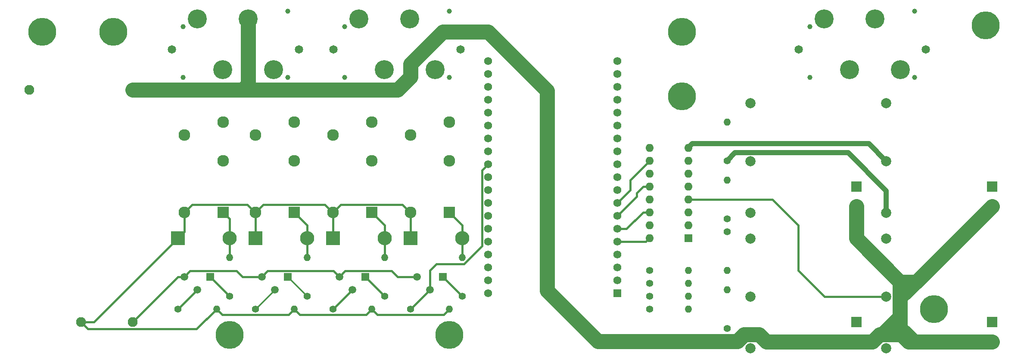
<source format=gbr>
%TF.GenerationSoftware,KiCad,Pcbnew,(5.1.6)-1*%
%TF.CreationDate,2021-08-29T18:12:57+02:00*%
%TF.ProjectId,hamodule,68616d6f-6475-46c6-952e-6b696361645f,rev?*%
%TF.SameCoordinates,Original*%
%TF.FileFunction,Copper,L1,Top*%
%TF.FilePolarity,Positive*%
%FSLAX46Y46*%
G04 Gerber Fmt 4.6, Leading zero omitted, Abs format (unit mm)*
G04 Created by KiCad (PCBNEW (5.1.6)-1) date 2021-08-29 18:12:57*
%MOMM*%
%LPD*%
G01*
G04 APERTURE LIST*
%TA.AperFunction,ComponentPad*%
%ADD10C,5.500000*%
%TD*%
%TA.AperFunction,ComponentPad*%
%ADD11C,1.560000*%
%TD*%
%TA.AperFunction,ComponentPad*%
%ADD12R,1.560000X1.560000*%
%TD*%
%TA.AperFunction,ComponentPad*%
%ADD13R,1.500000X1.500000*%
%TD*%
%TA.AperFunction,ComponentPad*%
%ADD14C,1.500000*%
%TD*%
%TA.AperFunction,ComponentPad*%
%ADD15C,2.000000*%
%TD*%
%TA.AperFunction,ComponentPad*%
%ADD16R,2.000000X2.000000*%
%TD*%
%TA.AperFunction,ComponentPad*%
%ADD17O,1.400000X1.400000*%
%TD*%
%TA.AperFunction,ComponentPad*%
%ADD18C,1.400000*%
%TD*%
%TA.AperFunction,ComponentPad*%
%ADD19C,1.650000*%
%TD*%
%TA.AperFunction,ComponentPad*%
%ADD20C,1.000000*%
%TD*%
%TA.AperFunction,ComponentPad*%
%ADD21C,3.735000*%
%TD*%
%TA.AperFunction,ComponentPad*%
%ADD22C,1.950000*%
%TD*%
%TA.AperFunction,ComponentPad*%
%ADD23R,1.950000X1.950000*%
%TD*%
%TA.AperFunction,ComponentPad*%
%ADD24C,2.300000*%
%TD*%
%TA.AperFunction,ComponentPad*%
%ADD25R,2.300000X2.300000*%
%TD*%
%TA.AperFunction,ComponentPad*%
%ADD26O,1.600000X1.600000*%
%TD*%
%TA.AperFunction,ComponentPad*%
%ADD27R,1.600000X1.600000*%
%TD*%
%TA.AperFunction,ComponentPad*%
%ADD28O,2.800000X2.800000*%
%TD*%
%TA.AperFunction,ComponentPad*%
%ADD29R,2.800000X2.800000*%
%TD*%
%TA.AperFunction,Conductor*%
%ADD30C,0.400000*%
%TD*%
%TA.AperFunction,Conductor*%
%ADD31C,0.250000*%
%TD*%
%TA.AperFunction,Conductor*%
%ADD32C,1.000000*%
%TD*%
%TA.AperFunction,Conductor*%
%ADD33C,3.000000*%
%TD*%
G04 APERTURE END LIST*
D10*
%TO.P,H8,1*%
%TO.N,Earth*%
X151130000Y-36830000D03*
%TD*%
%TO.P,H7,1*%
%TO.N,Earth*%
X200660000Y-78740000D03*
%TD*%
%TO.P,H6,1*%
%TO.N,Earth*%
X210820000Y-22860000D03*
%TD*%
%TO.P,H5,1*%
%TO.N,Earth*%
X62230000Y-83820000D03*
%TD*%
%TO.P,H4,1*%
%TO.N,Earth*%
X39370000Y-24130000D03*
%TD*%
%TO.P,H3,1*%
%TO.N,Earth*%
X105410000Y-83820000D03*
%TD*%
%TO.P,H2,1*%
%TO.N,Earth*%
X25400000Y-24130000D03*
%TD*%
%TO.P,H1,1*%
%TO.N,Earth*%
X151130000Y-24130000D03*
%TD*%
D11*
%TO.P,U1,38*%
%TO.N,N/C*%
X113030000Y-29920000D03*
%TO.P,U1,37*%
X113030000Y-32460000D03*
%TO.P,U1,36*%
X113030000Y-35000000D03*
%TO.P,U1,35*%
X113030000Y-37540000D03*
%TO.P,U1,34*%
%TO.N,Net-(Q1-Pad2)*%
X113030000Y-40080000D03*
%TO.P,U1,33*%
%TO.N,N/C*%
X113030000Y-42620000D03*
%TO.P,U1,32*%
%TO.N,Net-(Q2-Pad2)*%
X113030000Y-45160000D03*
%TO.P,U1,31*%
%TO.N,Net-(Q3-Pad2)*%
X113030000Y-47700000D03*
%TO.P,U1,30*%
%TO.N,Net-(Q4-Pad2)*%
X113030000Y-50240000D03*
%TO.P,U1,29*%
%TO.N,N/C*%
X113030000Y-52780000D03*
%TO.P,U1,28*%
X113030000Y-55320000D03*
%TO.P,U1,27*%
X113030000Y-57860000D03*
%TO.P,U1,26*%
X113030000Y-60400000D03*
%TO.P,U1,25*%
X113030000Y-62940000D03*
%TO.P,U1,24*%
X113030000Y-65480000D03*
%TO.P,U1,23*%
X113030000Y-68020000D03*
%TO.P,U1,22*%
X113030000Y-70560000D03*
%TO.P,U1,21*%
X113030000Y-73100000D03*
%TO.P,U1,20*%
%TO.N,5VGND*%
X113030000Y-75640000D03*
%TO.P,U1,18*%
%TO.N,N/C*%
X138430000Y-32460000D03*
%TO.P,U1,17*%
X138430000Y-35000000D03*
%TO.P,U1,16*%
X138430000Y-37540000D03*
%TO.P,U1,15*%
X138430000Y-40080000D03*
%TO.P,U1,14*%
X138430000Y-42620000D03*
%TO.P,U1,13*%
X138430000Y-45160000D03*
%TO.P,U1,12*%
X138430000Y-47700000D03*
%TO.P,U1,11*%
X138430000Y-50240000D03*
%TO.P,U1,10*%
X138430000Y-52780000D03*
%TO.P,U1,9*%
X138430000Y-55320000D03*
%TO.P,U1,8*%
%TO.N,Net-(R9-Pad1)*%
X138430000Y-57860000D03*
%TO.P,U1,7*%
%TO.N,Net-(R10-Pad1)*%
X138430000Y-60400000D03*
%TO.P,U1,6*%
%TO.N,Net-(R11-Pad1)*%
X138430000Y-62940000D03*
%TO.P,U1,5*%
%TO.N,Net-(R12-Pad1)*%
X138430000Y-65480000D03*
%TO.P,U1,4*%
%TO.N,N/C*%
X138430000Y-68020000D03*
%TO.P,U1,3*%
X138430000Y-70560000D03*
%TO.P,U1,19*%
%TO.N,5V+*%
X138430000Y-29920000D03*
%TO.P,U1,2*%
%TO.N,N/C*%
X138430000Y-73100000D03*
D12*
%TO.P,U1,1*%
%TO.N,3.3V+*%
X138430000Y-75640000D03*
%TD*%
D13*
%TO.P,Q1,1*%
%TO.N,Net-(Q1-Pad1)*%
X58420000Y-72390000D03*
D14*
%TO.P,Q1,3*%
%TO.N,5V+*%
X53340000Y-72390000D03*
%TO.P,Q1,2*%
%TO.N,Net-(Q1-Pad2)*%
X55880000Y-74930000D03*
%TD*%
D13*
%TO.P,Q2,1*%
%TO.N,Net-(Q2-Pad1)*%
X73660000Y-72390000D03*
D14*
%TO.P,Q2,3*%
%TO.N,5V+*%
X68580000Y-72390000D03*
%TO.P,Q2,2*%
%TO.N,Net-(Q2-Pad2)*%
X71120000Y-74930000D03*
%TD*%
D13*
%TO.P,Q4,1*%
%TO.N,Net-(Q4-Pad1)*%
X104140000Y-72390000D03*
D14*
%TO.P,Q4,3*%
%TO.N,5V+*%
X99060000Y-72390000D03*
%TO.P,Q4,2*%
%TO.N,Net-(Q4-Pad2)*%
X101600000Y-74930000D03*
%TD*%
D13*
%TO.P,Q3,1*%
%TO.N,Net-(Q3-Pad1)*%
X88900000Y-72390000D03*
D14*
%TO.P,Q3,3*%
%TO.N,5V+*%
X83820000Y-72390000D03*
%TO.P,Q3,2*%
%TO.N,Net-(Q3-Pad2)*%
X86360000Y-74930000D03*
%TD*%
D15*
%TO.P,PS4,5*%
%TO.N,Net-(PS4-Pad5)*%
X164660000Y-86470000D03*
%TO.P,PS4,3*%
%TO.N,N/C*%
X164660000Y-64880000D03*
%TO.P,PS4,4*%
%TO.N,Net-(PS4-Pad4)*%
X164660000Y-76310000D03*
%TO.P,PS4,2*%
%TO.N,220VAC(N)*%
X185420000Y-85180000D03*
D16*
%TO.P,PS4,1*%
%TO.N,Sens1*%
X185420000Y-81280000D03*
%TD*%
D15*
%TO.P,PS2,5*%
%TO.N,Net-(PS2-Pad5)*%
X164660000Y-59800000D03*
%TO.P,PS2,3*%
%TO.N,N/C*%
X164660000Y-38210000D03*
%TO.P,PS2,4*%
%TO.N,Net-(PS2-Pad4)*%
X164660000Y-49640000D03*
%TO.P,PS2,2*%
%TO.N,220VAC(N)*%
X185420000Y-58510000D03*
D16*
%TO.P,PS2,1*%
%TO.N,Sens2*%
X185420000Y-54610000D03*
%TD*%
D15*
%TO.P,PS1,5*%
%TO.N,Net-(PS1-Pad5)*%
X191330000Y-59800000D03*
%TO.P,PS1,3*%
%TO.N,N/C*%
X191330000Y-38210000D03*
%TO.P,PS1,4*%
%TO.N,Net-(PS1-Pad4)*%
X191330000Y-49640000D03*
%TO.P,PS1,2*%
%TO.N,220VAC(N)*%
X212090000Y-58510000D03*
D16*
%TO.P,PS1,1*%
%TO.N,Sens3*%
X212090000Y-54610000D03*
%TD*%
D15*
%TO.P,PS3,5*%
%TO.N,Net-(PS3-Pad5)*%
X191330000Y-86470000D03*
%TO.P,PS3,3*%
%TO.N,N/C*%
X191330000Y-64880000D03*
%TO.P,PS3,4*%
%TO.N,Net-(PS3-Pad4)*%
X191330000Y-76310000D03*
%TO.P,PS3,2*%
%TO.N,220VAC(N)*%
X212090000Y-85180000D03*
D16*
%TO.P,PS3,1*%
%TO.N,Sens4*%
X212090000Y-81280000D03*
%TD*%
D17*
%TO.P,R5,2*%
%TO.N,Net-(R5-Pad2)*%
X160020000Y-41910000D03*
D18*
%TO.P,R5,1*%
%TO.N,Net-(PS1-Pad5)*%
X160020000Y-49530000D03*
%TD*%
D17*
%TO.P,R6,2*%
%TO.N,Net-(R6-Pad2)*%
X160020000Y-53340000D03*
D18*
%TO.P,R6,1*%
%TO.N,Net-(PS2-Pad5)*%
X160020000Y-60960000D03*
%TD*%
D19*
%TO.P,J2,MH6*%
%TO.N,N/C*%
X75880000Y-27590000D03*
%TO.P,J2,MH5*%
X50880000Y-27590000D03*
D20*
%TO.P,J2,MH4*%
X73680000Y-33090000D03*
%TO.P,J2,MH3*%
X73680000Y-20090000D03*
%TO.P,J2,MH2*%
X53080000Y-33090000D03*
%TO.P,J2,MH1*%
X53080000Y-23090000D03*
D21*
%TO.P,J2,4*%
%TO.N,Earth*%
X70880000Y-31590000D03*
%TO.P,J2,3*%
%TO.N,220VAC(N)*%
X65880000Y-21590000D03*
%TO.P,J2,2*%
%TO.N,Earth*%
X60880000Y-31590000D03*
%TO.P,J2,1*%
%TO.N,220VAC(L)*%
X55880000Y-21590000D03*
%TD*%
D22*
%TO.P,PS5,5*%
%TO.N,5V+*%
X43220000Y-81280000D03*
%TO.P,PS5,4*%
%TO.N,5VGND*%
X33060000Y-81280000D03*
%TO.P,PS5,2*%
%TO.N,220VAC(L)*%
X22900000Y-35560000D03*
D23*
%TO.P,PS5,1*%
%TO.N,220VAC(N)*%
X43220000Y-35560000D03*
%TD*%
D24*
%TO.P,K2,5*%
%TO.N,5VGND*%
X67310000Y-59690000D03*
%TO.P,K2,4*%
%TO.N,N/C*%
X67310000Y-44450000D03*
%TO.P,K2,3*%
%TO.N,REO2*%
X74930000Y-41910000D03*
%TO.P,K2,2*%
%TO.N,220VAC(L)*%
X74930000Y-49530000D03*
D25*
%TO.P,K2,1*%
%TO.N,Net-(D2-Pad2)*%
X74930000Y-59690000D03*
%TD*%
D26*
%TO.P,U2,16*%
%TO.N,Net-(R12-Pad1)*%
X144780000Y-64770000D03*
%TO.P,U2,8*%
%TO.N,Net-(PS1-Pad4)*%
X152400000Y-46990000D03*
%TO.P,U2,15*%
%TO.N,5VGND*%
X144780000Y-62230000D03*
%TO.P,U2,7*%
%TO.N,Net-(R5-Pad2)*%
X152400000Y-49530000D03*
%TO.P,U2,14*%
%TO.N,Net-(R11-Pad1)*%
X144780000Y-59690000D03*
%TO.P,U2,6*%
%TO.N,Net-(PS2-Pad4)*%
X152400000Y-52070000D03*
%TO.P,U2,13*%
%TO.N,5VGND*%
X144780000Y-57150000D03*
%TO.P,U2,5*%
%TO.N,Net-(R6-Pad2)*%
X152400000Y-54610000D03*
%TO.P,U2,12*%
%TO.N,Net-(R10-Pad1)*%
X144780000Y-54610000D03*
%TO.P,U2,4*%
%TO.N,Net-(PS3-Pad4)*%
X152400000Y-57150000D03*
%TO.P,U2,11*%
%TO.N,5VGND*%
X144780000Y-52070000D03*
%TO.P,U2,3*%
%TO.N,Net-(R7-Pad2)*%
X152400000Y-59690000D03*
%TO.P,U2,10*%
%TO.N,Net-(R9-Pad1)*%
X144780000Y-49530000D03*
%TO.P,U2,2*%
%TO.N,Net-(PS4-Pad4)*%
X152400000Y-62230000D03*
%TO.P,U2,9*%
%TO.N,5VGND*%
X144780000Y-46990000D03*
D27*
%TO.P,U2,1*%
%TO.N,Net-(R8-Pad2)*%
X152400000Y-64770000D03*
%TD*%
D21*
%TO.P,J3,1*%
%TO.N,Sens1*%
X179070000Y-21590000D03*
%TO.P,J3,2*%
%TO.N,Sens2*%
X184070000Y-31590000D03*
%TO.P,J3,3*%
%TO.N,Sens3*%
X189070000Y-21590000D03*
%TO.P,J3,4*%
%TO.N,Sens4*%
X194070000Y-31590000D03*
D20*
%TO.P,J3,MH1*%
%TO.N,N/C*%
X176270000Y-23090000D03*
%TO.P,J3,MH2*%
X176270000Y-33090000D03*
%TO.P,J3,MH3*%
X196870000Y-20090000D03*
%TO.P,J3,MH4*%
X196870000Y-33090000D03*
D19*
%TO.P,J3,MH5*%
X174070000Y-27590000D03*
%TO.P,J3,MH6*%
X199070000Y-27590000D03*
%TD*%
%TO.P,J1,MH6*%
%TO.N,N/C*%
X107630000Y-27590000D03*
%TO.P,J1,MH5*%
X82630000Y-27590000D03*
D20*
%TO.P,J1,MH4*%
X105430000Y-33090000D03*
%TO.P,J1,MH3*%
X105430000Y-20090000D03*
%TO.P,J1,MH2*%
X84830000Y-33090000D03*
%TO.P,J1,MH1*%
X84830000Y-23090000D03*
D21*
%TO.P,J1,4*%
%TO.N,REO4*%
X102630000Y-31590000D03*
%TO.P,J1,3*%
%TO.N,REO3*%
X97630000Y-21590000D03*
%TO.P,J1,2*%
%TO.N,REO2*%
X92630000Y-31590000D03*
%TO.P,J1,1*%
%TO.N,REO1*%
X87630000Y-21590000D03*
%TD*%
D17*
%TO.P,R16,2*%
%TO.N,Net-(D4-Pad2)*%
X107950000Y-68580000D03*
D18*
%TO.P,R16,1*%
%TO.N,Net-(Q4-Pad1)*%
X107950000Y-76200000D03*
%TD*%
D17*
%TO.P,R15,2*%
%TO.N,Net-(D3-Pad2)*%
X92710000Y-68580000D03*
D18*
%TO.P,R15,1*%
%TO.N,Net-(Q3-Pad1)*%
X92710000Y-76200000D03*
%TD*%
D17*
%TO.P,R14,2*%
%TO.N,Net-(D2-Pad2)*%
X77470000Y-68580000D03*
D18*
%TO.P,R14,1*%
%TO.N,Net-(Q2-Pad1)*%
X77470000Y-76200000D03*
%TD*%
D17*
%TO.P,R13,2*%
%TO.N,Net-(D1-Pad2)*%
X62230000Y-68580000D03*
D18*
%TO.P,R13,1*%
%TO.N,Net-(Q1-Pad1)*%
X62230000Y-76200000D03*
%TD*%
D17*
%TO.P,R12,2*%
%TO.N,3.3V+*%
X152400000Y-71120000D03*
D18*
%TO.P,R12,1*%
%TO.N,Net-(R12-Pad1)*%
X144780000Y-71120000D03*
%TD*%
D17*
%TO.P,R11,2*%
%TO.N,3.3V+*%
X152400000Y-73660000D03*
D18*
%TO.P,R11,1*%
%TO.N,Net-(R11-Pad1)*%
X144780000Y-73660000D03*
%TD*%
D17*
%TO.P,R10,2*%
%TO.N,3.3V+*%
X152400000Y-76200000D03*
D18*
%TO.P,R10,1*%
%TO.N,Net-(R10-Pad1)*%
X144780000Y-76200000D03*
%TD*%
D17*
%TO.P,R9,2*%
%TO.N,3.3V+*%
X152400000Y-78740000D03*
D18*
%TO.P,R9,1*%
%TO.N,Net-(R9-Pad1)*%
X144780000Y-78740000D03*
%TD*%
D17*
%TO.P,R8,2*%
%TO.N,Net-(R8-Pad2)*%
X160020000Y-74930000D03*
D18*
%TO.P,R8,1*%
%TO.N,Net-(PS4-Pad5)*%
X160020000Y-82550000D03*
%TD*%
D17*
%TO.P,R7,2*%
%TO.N,Net-(R7-Pad2)*%
X160020000Y-71120000D03*
D18*
%TO.P,R7,1*%
%TO.N,Net-(PS3-Pad5)*%
X160020000Y-63500000D03*
%TD*%
D17*
%TO.P,R4,2*%
%TO.N,5VGND*%
X105410000Y-78740000D03*
D18*
%TO.P,R4,1*%
%TO.N,Net-(Q4-Pad2)*%
X97790000Y-78740000D03*
%TD*%
D17*
%TO.P,R3,2*%
%TO.N,5VGND*%
X90170000Y-78740000D03*
D18*
%TO.P,R3,1*%
%TO.N,Net-(Q3-Pad2)*%
X82550000Y-78740000D03*
%TD*%
D17*
%TO.P,R2,2*%
%TO.N,5VGND*%
X74930000Y-78740000D03*
D18*
%TO.P,R2,1*%
%TO.N,Net-(Q2-Pad2)*%
X67310000Y-78740000D03*
%TD*%
D17*
%TO.P,R1,2*%
%TO.N,5VGND*%
X59690000Y-78740000D03*
D18*
%TO.P,R1,1*%
%TO.N,Net-(Q1-Pad2)*%
X52070000Y-78740000D03*
%TD*%
D24*
%TO.P,K4,5*%
%TO.N,5VGND*%
X97790000Y-59690000D03*
%TO.P,K4,4*%
%TO.N,N/C*%
X97790000Y-44450000D03*
%TO.P,K4,3*%
%TO.N,REO4*%
X105410000Y-41910000D03*
%TO.P,K4,2*%
%TO.N,220VAC(L)*%
X105410000Y-49530000D03*
D25*
%TO.P,K4,1*%
%TO.N,Net-(D4-Pad2)*%
X105410000Y-59690000D03*
%TD*%
D24*
%TO.P,K3,5*%
%TO.N,5VGND*%
X82550000Y-59690000D03*
%TO.P,K3,4*%
%TO.N,N/C*%
X82550000Y-44450000D03*
%TO.P,K3,3*%
%TO.N,REO3*%
X90170000Y-41910000D03*
%TO.P,K3,2*%
%TO.N,220VAC(L)*%
X90170000Y-49530000D03*
D25*
%TO.P,K3,1*%
%TO.N,Net-(D3-Pad2)*%
X90170000Y-59690000D03*
%TD*%
D24*
%TO.P,K1,5*%
%TO.N,5VGND*%
X53340000Y-59690000D03*
%TO.P,K1,4*%
%TO.N,N/C*%
X53340000Y-44450000D03*
%TO.P,K1,3*%
%TO.N,REO1*%
X60960000Y-41910000D03*
%TO.P,K1,2*%
%TO.N,220VAC(L)*%
X60960000Y-49530000D03*
D25*
%TO.P,K1,1*%
%TO.N,Net-(D1-Pad2)*%
X60960000Y-59690000D03*
%TD*%
D28*
%TO.P,D4,2*%
%TO.N,Net-(D4-Pad2)*%
X107950000Y-64770000D03*
D29*
%TO.P,D4,1*%
%TO.N,5VGND*%
X97790000Y-64770000D03*
%TD*%
D28*
%TO.P,D3,2*%
%TO.N,Net-(D3-Pad2)*%
X92710000Y-64770000D03*
D29*
%TO.P,D3,1*%
%TO.N,5VGND*%
X82550000Y-64770000D03*
%TD*%
D28*
%TO.P,D2,2*%
%TO.N,Net-(D2-Pad2)*%
X77470000Y-64770000D03*
D29*
%TO.P,D2,1*%
%TO.N,5VGND*%
X67310000Y-64770000D03*
%TD*%
D28*
%TO.P,D1,2*%
%TO.N,Net-(D1-Pad2)*%
X62230000Y-64770000D03*
D29*
%TO.P,D1,1*%
%TO.N,5VGND*%
X52070000Y-64770000D03*
%TD*%
D30*
%TO.N,Net-(D1-Pad2)*%
X62230000Y-60960000D02*
X60960000Y-59690000D01*
X62230000Y-64770000D02*
X62230000Y-60960000D01*
X62230000Y-64770000D02*
X62230000Y-68580000D01*
%TO.N,Net-(D2-Pad2)*%
X77470000Y-64770000D02*
X77470000Y-68580000D01*
X77470000Y-62230000D02*
X74930000Y-59690000D01*
X77470000Y-64770000D02*
X77470000Y-62230000D01*
%TO.N,5VGND*%
X53340000Y-63500000D02*
X52070000Y-64770000D01*
X53340000Y-59690000D02*
X53340000Y-63500000D01*
X97790000Y-64770000D02*
X97790000Y-59690000D01*
X84100001Y-58139999D02*
X82550000Y-59690000D01*
X96239999Y-58139999D02*
X84100001Y-58139999D01*
X97790000Y-59690000D02*
X96239999Y-58139999D01*
X82550000Y-59690000D02*
X82550000Y-64770000D01*
X80999999Y-58139999D02*
X68860001Y-58139999D01*
X68860001Y-58139999D02*
X67310000Y-59690000D01*
X82550000Y-59690000D02*
X80999999Y-58139999D01*
X67310000Y-59690000D02*
X67310000Y-64770000D01*
X73829999Y-79840001D02*
X74930000Y-78740000D01*
X60790001Y-79840001D02*
X73829999Y-79840001D01*
X59690000Y-78740000D02*
X60790001Y-79840001D01*
X76030001Y-79840001D02*
X89069999Y-79840001D01*
X89069999Y-79840001D02*
X90170000Y-78740000D01*
X74930000Y-78740000D02*
X76030001Y-79840001D01*
X104309999Y-79840001D02*
X105410000Y-78740000D01*
X91270001Y-79840001D02*
X104309999Y-79840001D01*
X90170000Y-78740000D02*
X91270001Y-79840001D01*
X34435001Y-82655001D02*
X33060000Y-81280000D01*
X55774999Y-82655001D02*
X34435001Y-82655001D01*
X59690000Y-78740000D02*
X55774999Y-82655001D01*
X54890001Y-58139999D02*
X53340000Y-59690000D01*
X65759999Y-58139999D02*
X54890001Y-58139999D01*
X67310000Y-59690000D02*
X65759999Y-58139999D01*
X35560000Y-81280000D02*
X52070000Y-64770000D01*
X33060000Y-81280000D02*
X35560000Y-81280000D01*
%TO.N,Net-(D3-Pad2)*%
X92710000Y-62230000D02*
X90170000Y-59690000D01*
X92710000Y-64770000D02*
X92710000Y-62230000D01*
X92710000Y-64770000D02*
X92710000Y-68580000D01*
%TO.N,Net-(D4-Pad2)*%
X107950000Y-62230000D02*
X105410000Y-59690000D01*
X107950000Y-64770000D02*
X107950000Y-62230000D01*
X107950000Y-64770000D02*
X107950000Y-68580000D01*
D31*
%TO.N,Net-(PS1-Pad5)*%
X191330000Y-59800000D02*
X191330000Y-57934998D01*
D32*
X191330000Y-59800000D02*
X191330000Y-55440000D01*
X161610001Y-47939999D02*
X160020000Y-49530000D01*
X183829999Y-47939999D02*
X161610001Y-47939999D01*
X191330000Y-55440000D02*
X183829999Y-47939999D01*
%TO.N,Net-(PS1-Pad4)*%
X187880001Y-46190001D02*
X191330000Y-49640000D01*
X153199999Y-46190001D02*
X187880001Y-46190001D01*
X152400000Y-46990000D02*
X153199999Y-46190001D01*
D33*
%TO.N,220VAC(N)*%
X190033999Y-83769999D02*
X194259999Y-83769999D01*
X185420000Y-85180000D02*
X188623998Y-85180000D01*
X188623998Y-85180000D02*
X190033999Y-83769999D01*
X194259999Y-83769999D02*
X195670000Y-85180000D01*
X185420000Y-58510000D02*
X185420000Y-64770000D01*
X194030001Y-83540001D02*
X194259999Y-83769999D01*
X185420000Y-64770000D02*
X194030001Y-73380001D01*
X197219999Y-73380001D02*
X212090000Y-58510000D01*
X194030001Y-73380001D02*
X197219999Y-73380001D01*
X197219999Y-73380001D02*
X197129999Y-73380001D01*
X197129999Y-73380001D02*
X194030001Y-76479999D01*
X194030001Y-73380001D02*
X194030001Y-76479999D01*
X194030001Y-76479999D02*
X194030001Y-80289999D01*
X194030001Y-80289999D02*
X194030001Y-83540001D01*
X194030001Y-82450001D02*
X196760000Y-85180000D01*
X195670000Y-85180000D02*
X196760000Y-85180000D01*
X194030001Y-80289999D02*
X194030001Y-82450001D01*
X196760000Y-85180000D02*
X212090000Y-85180000D01*
X190550001Y-83769999D02*
X192405000Y-81915000D01*
X190033999Y-83769999D02*
X190550001Y-83769999D01*
X192405000Y-81915000D02*
X194030001Y-80289999D01*
X167730000Y-85180000D02*
X185420000Y-85180000D01*
X163363999Y-83769999D02*
X166319999Y-83769999D01*
X162043998Y-85090000D02*
X163363999Y-83769999D01*
X166319999Y-83769999D02*
X167730000Y-85180000D01*
X95250000Y-35560000D02*
X97790000Y-33020000D01*
X113030000Y-24130000D02*
X124670201Y-35770201D01*
X105410000Y-24130000D02*
X113030000Y-24130000D01*
X134620000Y-85090000D02*
X162043998Y-85090000D01*
X124670201Y-35770201D02*
X124670201Y-75140201D01*
X124670201Y-75140201D02*
X134620000Y-85090000D01*
X43220000Y-35560000D02*
X64770000Y-35560000D01*
X65880000Y-34450000D02*
X64770000Y-35560000D01*
X65880000Y-21590000D02*
X65880000Y-34450000D01*
X64770000Y-35560000D02*
X95250000Y-35560000D01*
X105410000Y-24130000D02*
X104810098Y-24130000D01*
X104140000Y-24130000D02*
X97790000Y-30480000D01*
X105410000Y-24130000D02*
X104140000Y-24130000D01*
X97790000Y-33020000D02*
X97790000Y-30480000D01*
D30*
%TO.N,Net-(PS3-Pad4)*%
X179180000Y-76310000D02*
X191330000Y-76310000D01*
X173990000Y-62230000D02*
X173990000Y-71120000D01*
X173990000Y-71120000D02*
X179180000Y-76310000D01*
X152400000Y-57150000D02*
X168910000Y-57150000D01*
X168910000Y-57150000D02*
X173990000Y-62230000D01*
D31*
%TO.N,Net-(PS4-Pad5)*%
X160130000Y-82660000D02*
X160020000Y-82550000D01*
D30*
%TO.N,5V+*%
X68580000Y-72390000D02*
X64770000Y-72390000D01*
X54490001Y-71239999D02*
X53340000Y-72390000D01*
X63619999Y-71239999D02*
X54490001Y-71239999D01*
X64770000Y-72390000D02*
X63619999Y-71239999D01*
X82669999Y-71239999D02*
X83820000Y-72390000D01*
X69730001Y-71239999D02*
X82669999Y-71239999D01*
X68580000Y-72390000D02*
X69730001Y-71239999D01*
X84970001Y-71239999D02*
X94099999Y-71239999D01*
X83820000Y-72390000D02*
X84970001Y-71239999D01*
X95250000Y-72390000D02*
X99060000Y-72390000D01*
X94099999Y-71239999D02*
X95250000Y-72390000D01*
X52110000Y-72390000D02*
X53340000Y-72390000D01*
X43220000Y-81280000D02*
X52110000Y-72390000D01*
%TO.N,Net-(Q1-Pad1)*%
X58420000Y-72390000D02*
X62230000Y-76200000D01*
D31*
%TO.N,Net-(Q2-Pad1)*%
X77470000Y-76200000D02*
X73660000Y-72390000D01*
D30*
%TO.N,Net-(Q3-Pad1)*%
X88900000Y-72390000D02*
X92710000Y-76200000D01*
%TO.N,Net-(Q4-Pad1)*%
X104140000Y-72390000D02*
X107950000Y-76200000D01*
%TO.N,Net-(Q1-Pad2)*%
X55880000Y-74930000D02*
X52070000Y-78740000D01*
D31*
%TO.N,Net-(Q2-Pad2)*%
X71120000Y-74930000D02*
X67310000Y-78740000D01*
D30*
%TO.N,Net-(Q3-Pad2)*%
X82550000Y-78740000D02*
X86360000Y-74930000D01*
%TO.N,Net-(Q4-Pad2)*%
X111849999Y-51420001D02*
X113030000Y-50240000D01*
X111849999Y-66308003D02*
X111849999Y-51420001D01*
X108308002Y-69850000D02*
X111849999Y-66308003D01*
X101600000Y-74930000D02*
X97790000Y-78740000D01*
X102870000Y-69850000D02*
X101600000Y-71120000D01*
X101600000Y-74930000D02*
X101600000Y-71120000D01*
X102870000Y-69850000D02*
X108308002Y-69850000D01*
%TO.N,Net-(R9-Pad1)*%
X138430000Y-57860000D02*
X140970000Y-55320000D01*
X140970000Y-53340000D02*
X144780000Y-49530000D01*
X140970000Y-55320000D02*
X140970000Y-53340000D01*
%TO.N,Net-(R10-Pad1)*%
X144780000Y-54610000D02*
X143510000Y-54610000D01*
X143510000Y-54610000D02*
X142240000Y-55880000D01*
X142240000Y-56590000D02*
X138430000Y-60400000D01*
X142240000Y-55880000D02*
X142240000Y-56590000D01*
%TO.N,Net-(R11-Pad1)*%
X138430000Y-62940000D02*
X140260000Y-62940000D01*
X143510000Y-59690000D02*
X144780000Y-59690000D01*
X140260000Y-62940000D02*
X143510000Y-59690000D01*
%TO.N,Net-(R12-Pad1)*%
X144070000Y-65480000D02*
X144780000Y-64770000D01*
X138430000Y-65480000D02*
X144070000Y-65480000D01*
%TD*%
M02*

</source>
